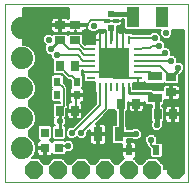
<source format=gtl>
G75*
%MOIN*%
%OFA0B0*%
%FSLAX25Y25*%
%IPPOS*%
%LPD*%
%AMOC8*
5,1,8,0,0,1.08239X$1,22.5*
%
%ADD10C,0.00000*%
%ADD11R,0.03000X0.01000*%
%ADD12R,0.01000X0.03000*%
%ADD13R,0.10400X0.10400*%
%ADD14R,0.02362X0.02953*%
%ADD15R,0.01969X0.01181*%
%ADD16R,0.02165X0.02165*%
%ADD17R,0.03937X0.06693*%
%ADD18R,0.02756X0.03543*%
%ADD19R,0.04724X0.03150*%
%ADD20R,0.03543X0.02756*%
%ADD21R,0.02756X0.03150*%
%ADD22R,0.02480X0.03268*%
%ADD23OC8,0.05906*%
%ADD24C,0.07400*%
%ADD25R,0.03150X0.04724*%
%ADD26C,0.00600*%
%ADD27OC8,0.02205*%
%ADD28C,0.01200*%
%ADD29C,0.01000*%
%ADD30C,0.01600*%
%ADD31C,0.00984*%
D10*
X0034486Y0027830D02*
X0034486Y0086885D01*
X0095509Y0086885D01*
X0095509Y0027830D01*
X0034486Y0027830D01*
D11*
X0063350Y0062279D03*
X0063350Y0064247D03*
X0063350Y0066216D03*
X0063350Y0068184D03*
X0063350Y0070153D03*
X0063350Y0072121D03*
X0078850Y0072121D03*
X0078850Y0070153D03*
X0078850Y0068184D03*
X0078850Y0066216D03*
X0078850Y0064247D03*
X0078850Y0062279D03*
D12*
X0076021Y0059450D03*
X0074053Y0059450D03*
X0072084Y0059450D03*
X0070116Y0059450D03*
X0068147Y0059450D03*
X0066179Y0059450D03*
X0066179Y0074950D03*
X0068147Y0074950D03*
X0070116Y0074950D03*
X0072084Y0074950D03*
X0074053Y0074950D03*
X0076021Y0074950D03*
D13*
X0071100Y0067200D03*
D14*
X0058600Y0061157D03*
X0058600Y0056708D03*
X0052104Y0056708D03*
X0052104Y0061157D03*
D15*
X0068738Y0081373D03*
X0071494Y0081373D03*
D16*
X0070116Y0079011D03*
X0070116Y0083735D03*
D17*
X0077202Y0082751D03*
X0087045Y0082751D03*
D18*
X0057911Y0066216D03*
X0052793Y0066216D03*
X0052793Y0051452D03*
X0057911Y0051452D03*
X0073265Y0053814D03*
X0078383Y0053814D03*
X0085470Y0050271D03*
X0090588Y0050271D03*
D19*
X0084486Y0055783D03*
X0084486Y0062869D03*
D20*
X0089998Y0062672D03*
X0089998Y0057554D03*
X0058108Y0074877D03*
X0052990Y0074877D03*
X0052990Y0079995D03*
X0058108Y0079995D03*
D21*
X0052596Y0044169D03*
X0047872Y0044169D03*
X0047872Y0039050D03*
X0052596Y0039050D03*
D22*
X0076021Y0038263D03*
X0085076Y0038263D03*
D23*
X0083698Y0031767D03*
X0091572Y0031767D03*
X0075824Y0031767D03*
X0067950Y0031767D03*
X0060076Y0031767D03*
X0052202Y0031767D03*
X0044328Y0031767D03*
D24*
X0040391Y0038854D03*
X0040391Y0048854D03*
X0040391Y0058854D03*
X0040391Y0068854D03*
X0040391Y0078854D03*
D25*
X0065588Y0043578D03*
X0072675Y0043578D03*
D26*
X0070200Y0043737D02*
X0065888Y0043737D01*
X0065888Y0043878D02*
X0068263Y0043878D01*
X0068263Y0046085D01*
X0068188Y0046365D01*
X0068043Y0046616D01*
X0067838Y0046820D01*
X0067588Y0046965D01*
X0067308Y0047040D01*
X0065888Y0047040D01*
X0065888Y0043878D01*
X0065288Y0043878D01*
X0065288Y0043278D01*
X0062913Y0043278D01*
X0062913Y0041071D01*
X0062988Y0040791D01*
X0063133Y0040540D01*
X0063338Y0040336D01*
X0063589Y0040191D01*
X0063869Y0040116D01*
X0065288Y0040116D01*
X0065288Y0043278D01*
X0065888Y0043278D01*
X0065888Y0040116D01*
X0067308Y0040116D01*
X0067588Y0040191D01*
X0067838Y0040336D01*
X0068043Y0040540D01*
X0068188Y0040791D01*
X0068263Y0041071D01*
X0068263Y0043278D01*
X0065888Y0043278D01*
X0065888Y0043878D01*
X0065888Y0044336D02*
X0065288Y0044336D01*
X0065288Y0043878D02*
X0065288Y0047040D01*
X0064842Y0047040D01*
X0069347Y0051545D01*
X0069347Y0051733D01*
X0070987Y0051733D01*
X0070987Y0051670D01*
X0071515Y0051143D01*
X0071565Y0051143D01*
X0071565Y0046840D01*
X0070727Y0046840D01*
X0070200Y0046313D01*
X0070200Y0040843D01*
X0070727Y0040316D01*
X0073755Y0040316D01*
X0073681Y0040042D01*
X0073681Y0038563D01*
X0075721Y0038563D01*
X0075721Y0037963D01*
X0073681Y0037963D01*
X0073681Y0036484D01*
X0073756Y0036205D01*
X0073901Y0035954D01*
X0074106Y0035749D01*
X0074330Y0035620D01*
X0074229Y0035620D01*
X0072457Y0033848D01*
X0071318Y0033848D01*
X0069546Y0035620D01*
X0066355Y0035620D01*
X0064583Y0033848D01*
X0063444Y0033848D01*
X0061672Y0035620D01*
X0058481Y0035620D01*
X0056709Y0033848D01*
X0055570Y0033848D01*
X0053798Y0035620D01*
X0050606Y0035620D01*
X0048835Y0033848D01*
X0047696Y0033848D01*
X0045924Y0035620D01*
X0043663Y0035620D01*
X0044291Y0036248D01*
X0044991Y0037939D01*
X0044991Y0039769D01*
X0044291Y0041459D01*
X0042997Y0042753D01*
X0042472Y0042971D01*
X0042472Y0044737D01*
X0042997Y0044954D01*
X0044291Y0046248D01*
X0044991Y0047939D01*
X0044991Y0049769D01*
X0044291Y0051459D01*
X0042997Y0052753D01*
X0042472Y0052971D01*
X0042472Y0054737D01*
X0042997Y0054954D01*
X0044291Y0056248D01*
X0044991Y0057939D01*
X0044991Y0059769D01*
X0044291Y0061459D01*
X0042997Y0062753D01*
X0042472Y0062971D01*
X0042472Y0064737D01*
X0042997Y0064954D01*
X0044291Y0066248D01*
X0044991Y0067939D01*
X0044991Y0069769D01*
X0044291Y0071459D01*
X0042997Y0072753D01*
X0041306Y0073454D01*
X0040504Y0073454D01*
X0040504Y0085798D01*
X0045509Y0085798D01*
X0045509Y0069169D01*
X0044991Y0069169D01*
X0044991Y0069769D01*
X0044291Y0071459D01*
X0042997Y0072753D01*
X0041306Y0073454D01*
X0040504Y0073454D01*
X0040504Y0078553D01*
X0040691Y0078553D01*
X0040691Y0074054D01*
X0040769Y0074054D01*
X0041515Y0074172D01*
X0042234Y0074405D01*
X0042907Y0074748D01*
X0043518Y0075192D01*
X0044053Y0075727D01*
X0044497Y0076338D01*
X0044840Y0077011D01*
X0045073Y0077730D01*
X0045191Y0078476D01*
X0045191Y0078554D01*
X0040691Y0078554D01*
X0040691Y0079154D01*
X0040504Y0079154D01*
X0040504Y0085798D01*
X0056027Y0085798D01*
X0056027Y0082429D01*
X0055912Y0082398D01*
X0055661Y0082253D01*
X0055549Y0082141D01*
X0055437Y0082253D01*
X0055186Y0082398D01*
X0054906Y0082473D01*
X0053290Y0082473D01*
X0053290Y0080295D01*
X0055236Y0080295D01*
X0056027Y0080295D01*
X0056027Y0079695D01*
X0053290Y0079695D01*
X0053290Y0080295D01*
X0052690Y0080295D01*
X0052690Y0079695D01*
X0053290Y0079695D01*
X0053290Y0077517D01*
X0054906Y0077517D01*
X0055186Y0077592D01*
X0055437Y0077737D01*
X0055549Y0077849D01*
X0055661Y0077737D01*
X0055912Y0077592D01*
X0056191Y0077517D01*
X0057808Y0077517D01*
X0057808Y0078505D01*
X0058408Y0078505D01*
X0058408Y0077517D01*
X0060024Y0077517D01*
X0060304Y0077592D01*
X0060555Y0077737D01*
X0060760Y0077942D01*
X0060905Y0078193D01*
X0060980Y0078472D01*
X0060980Y0078505D01*
X0062436Y0078505D01*
X0063381Y0077560D01*
X0065040Y0077560D01*
X0065984Y0078505D01*
X0068133Y0078505D01*
X0068133Y0077556D01*
X0068139Y0077550D01*
X0067502Y0077550D01*
X0067223Y0077475D01*
X0067163Y0077441D01*
X0067103Y0077475D01*
X0066824Y0077550D01*
X0066179Y0077550D01*
X0066179Y0074950D01*
X0066179Y0074950D01*
X0066179Y0077550D01*
X0065534Y0077550D01*
X0065254Y0077475D01*
X0065003Y0077330D01*
X0064799Y0077125D01*
X0064654Y0076875D01*
X0064579Y0076595D01*
X0064579Y0074950D01*
X0064579Y0073521D01*
X0061477Y0073521D01*
X0061417Y0073461D01*
X0060780Y0074099D01*
X0060780Y0076628D01*
X0060252Y0077155D01*
X0055963Y0077155D01*
X0055549Y0076740D01*
X0055134Y0077155D01*
X0050845Y0077155D01*
X0050423Y0076733D01*
X0050079Y0077076D01*
X0048420Y0077076D01*
X0047247Y0075903D01*
X0047247Y0074245D01*
X0048229Y0073263D01*
X0047917Y0072951D01*
X0047917Y0071292D01*
X0049089Y0070119D01*
X0050003Y0070119D01*
X0050003Y0069127D01*
X0050642Y0068487D01*
X0050515Y0068360D01*
X0050515Y0064071D01*
X0051042Y0063544D01*
X0053768Y0063544D01*
X0055564Y0061748D01*
X0056312Y0061748D01*
X0056519Y0061541D01*
X0056519Y0059308D01*
X0056755Y0059071D01*
X0056743Y0059064D01*
X0056539Y0058860D01*
X0056394Y0058609D01*
X0056319Y0058329D01*
X0056319Y0056998D01*
X0058309Y0056998D01*
X0058309Y0056417D01*
X0056319Y0056417D01*
X0056319Y0055087D01*
X0056394Y0054807D01*
X0056539Y0054556D01*
X0056743Y0054351D01*
X0056791Y0054324D01*
X0056388Y0054324D01*
X0056108Y0054249D01*
X0055858Y0054104D01*
X0055653Y0053899D01*
X0055508Y0053648D01*
X0055450Y0053430D01*
X0055450Y0059508D01*
X0054185Y0060773D01*
X0054185Y0063006D01*
X0053658Y0063533D01*
X0050550Y0063533D01*
X0050023Y0063006D01*
X0050023Y0059308D01*
X0050398Y0058932D01*
X0050023Y0058557D01*
X0050023Y0054859D01*
X0050550Y0054331D01*
X0053050Y0054331D01*
X0053050Y0054124D01*
X0051042Y0054124D01*
X0050515Y0053596D01*
X0050515Y0049308D01*
X0050937Y0048885D01*
X0050791Y0048738D01*
X0050791Y0047079D01*
X0051227Y0046643D01*
X0050845Y0046643D01*
X0050318Y0046116D01*
X0050318Y0042221D01*
X0050845Y0041694D01*
X0054347Y0041694D01*
X0054874Y0042221D01*
X0054874Y0046116D01*
X0054353Y0046637D01*
X0054795Y0047079D01*
X0054795Y0048738D01*
X0054648Y0048885D01*
X0055071Y0049308D01*
X0055071Y0052033D01*
X0055433Y0052395D01*
X0055433Y0051752D01*
X0057611Y0051752D01*
X0057611Y0051152D01*
X0055433Y0051152D01*
X0055433Y0049535D01*
X0055508Y0049256D01*
X0055653Y0049005D01*
X0055858Y0048800D01*
X0056108Y0048655D01*
X0056388Y0048580D01*
X0057611Y0048580D01*
X0057611Y0051152D01*
X0058211Y0051152D01*
X0058211Y0051752D01*
X0060389Y0051752D01*
X0060389Y0053368D01*
X0060314Y0053648D01*
X0060169Y0053899D01*
X0059964Y0054104D01*
X0059916Y0054131D01*
X0059926Y0054131D01*
X0060206Y0054206D01*
X0060457Y0054351D01*
X0060661Y0054556D01*
X0060806Y0054807D01*
X0060881Y0055087D01*
X0060881Y0056417D01*
X0058891Y0056417D01*
X0058891Y0056998D01*
X0060881Y0056998D01*
X0060881Y0058329D01*
X0060806Y0058609D01*
X0060661Y0058860D01*
X0060457Y0059064D01*
X0060445Y0059071D01*
X0060681Y0059308D01*
X0060681Y0063006D01*
X0060189Y0063498D01*
X0060189Y0064029D01*
X0060168Y0064050D01*
X0060189Y0064071D01*
X0060189Y0065016D01*
X0060783Y0065016D01*
X0060750Y0064892D01*
X0060750Y0064247D01*
X0060750Y0063602D01*
X0060825Y0063323D01*
X0060950Y0063106D01*
X0060950Y0061406D01*
X0061477Y0060879D01*
X0064779Y0060879D01*
X0064779Y0057577D01*
X0064979Y0057377D01*
X0064979Y0053721D01*
X0057232Y0045974D01*
X0056097Y0045974D01*
X0054924Y0044801D01*
X0054924Y0043142D01*
X0056097Y0041969D01*
X0057756Y0041969D01*
X0058502Y0042715D01*
X0059247Y0041969D01*
X0060906Y0041969D01*
X0062079Y0043142D01*
X0062079Y0044277D01*
X0062913Y0045112D01*
X0062913Y0043878D01*
X0065288Y0043878D01*
X0065288Y0043737D02*
X0062079Y0043737D01*
X0062075Y0043139D02*
X0062913Y0043139D01*
X0062913Y0042540D02*
X0061477Y0042540D01*
X0062913Y0041942D02*
X0054595Y0041942D01*
X0054916Y0041643D02*
X0054572Y0041299D01*
X0054347Y0041525D01*
X0050845Y0041525D01*
X0050318Y0040998D01*
X0050318Y0040888D01*
X0050275Y0041050D01*
X0050130Y0041301D01*
X0049925Y0041505D01*
X0049674Y0041650D01*
X0049512Y0041694D01*
X0049622Y0041694D01*
X0050150Y0042221D01*
X0050150Y0046116D01*
X0049622Y0046643D01*
X0046121Y0046643D01*
X0045594Y0046116D01*
X0045594Y0042221D01*
X0046121Y0041694D01*
X0046231Y0041694D01*
X0046069Y0041650D01*
X0045818Y0041505D01*
X0045613Y0041301D01*
X0045469Y0041050D01*
X0045394Y0040770D01*
X0045394Y0039350D01*
X0047572Y0039350D01*
X0047572Y0038750D01*
X0048172Y0038750D01*
X0048172Y0036376D01*
X0049394Y0036376D01*
X0049674Y0036451D01*
X0049925Y0036595D01*
X0050130Y0036800D01*
X0050275Y0037051D01*
X0050318Y0037213D01*
X0050318Y0037103D01*
X0050845Y0036576D01*
X0054347Y0036576D01*
X0054874Y0037103D01*
X0054874Y0037681D01*
X0054916Y0037639D01*
X0056575Y0037639D01*
X0057748Y0038812D01*
X0057748Y0040470D01*
X0056575Y0041643D01*
X0054916Y0041643D01*
X0054616Y0041343D02*
X0054529Y0041343D01*
X0054874Y0042540D02*
X0055527Y0042540D01*
X0054928Y0043139D02*
X0054874Y0043139D01*
X0054874Y0043737D02*
X0054924Y0043737D01*
X0054924Y0044336D02*
X0054874Y0044336D01*
X0054874Y0044934D02*
X0055058Y0044934D01*
X0054874Y0045533D02*
X0055656Y0045533D01*
X0054859Y0046131D02*
X0057389Y0046131D01*
X0057988Y0046730D02*
X0054446Y0046730D01*
X0054795Y0047328D02*
X0058586Y0047328D01*
X0059185Y0047927D02*
X0054795Y0047927D01*
X0054795Y0048525D02*
X0059783Y0048525D01*
X0059714Y0048655D02*
X0059964Y0048800D01*
X0060169Y0049005D01*
X0060314Y0049256D01*
X0060389Y0049535D01*
X0060389Y0051152D01*
X0058211Y0051152D01*
X0058211Y0048580D01*
X0059434Y0048580D01*
X0059714Y0048655D01*
X0060238Y0049124D02*
X0060382Y0049124D01*
X0060389Y0049722D02*
X0060980Y0049722D01*
X0060389Y0050321D02*
X0061579Y0050321D01*
X0062177Y0050919D02*
X0060389Y0050919D01*
X0060389Y0052116D02*
X0063374Y0052116D01*
X0062776Y0051518D02*
X0058211Y0051518D01*
X0058226Y0051649D02*
X0058226Y0056491D01*
X0058309Y0056904D02*
X0055450Y0056904D01*
X0055450Y0056306D02*
X0056319Y0056306D01*
X0056319Y0055707D02*
X0055450Y0055707D01*
X0055470Y0055113D02*
X0055470Y0051452D01*
X0056887Y0051452D01*
X0057611Y0051518D02*
X0055071Y0051518D01*
X0055071Y0050919D02*
X0055433Y0050919D01*
X0055433Y0050321D02*
X0055071Y0050321D01*
X0055071Y0049722D02*
X0055433Y0049722D01*
X0055584Y0049124D02*
X0054887Y0049124D01*
X0057611Y0049124D02*
X0058211Y0049124D01*
X0058211Y0049722D02*
X0057611Y0049722D01*
X0057611Y0050321D02*
X0058211Y0050321D01*
X0058211Y0050919D02*
X0057611Y0050919D01*
X0055433Y0052116D02*
X0055154Y0052116D01*
X0054250Y0052909D02*
X0054250Y0059011D01*
X0052104Y0061157D01*
X0050023Y0061094D02*
X0044442Y0061094D01*
X0044690Y0060495D02*
X0050023Y0060495D01*
X0050023Y0059897D02*
X0044938Y0059897D01*
X0044991Y0059298D02*
X0050032Y0059298D01*
X0050166Y0058700D02*
X0044991Y0058700D01*
X0044991Y0058101D02*
X0050023Y0058101D01*
X0050023Y0057503D02*
X0044811Y0057503D01*
X0044563Y0056904D02*
X0050023Y0056904D01*
X0050023Y0056306D02*
X0044315Y0056306D01*
X0043751Y0055707D02*
X0050023Y0055707D01*
X0050023Y0055109D02*
X0043152Y0055109D01*
X0042472Y0054510D02*
X0050371Y0054510D01*
X0050830Y0053912D02*
X0042472Y0053912D01*
X0042472Y0053313D02*
X0050515Y0053313D01*
X0050515Y0052715D02*
X0043035Y0052715D01*
X0043634Y0052116D02*
X0050515Y0052116D01*
X0050515Y0051518D02*
X0044232Y0051518D01*
X0044515Y0050919D02*
X0050515Y0050919D01*
X0050515Y0050321D02*
X0044763Y0050321D01*
X0044991Y0049722D02*
X0050515Y0049722D01*
X0050699Y0049124D02*
X0044991Y0049124D01*
X0044991Y0048525D02*
X0050791Y0048525D01*
X0050791Y0047927D02*
X0044986Y0047927D01*
X0044739Y0047328D02*
X0050791Y0047328D01*
X0051140Y0046730D02*
X0044491Y0046730D01*
X0044174Y0046131D02*
X0045609Y0046131D01*
X0045594Y0045533D02*
X0043576Y0045533D01*
X0042950Y0044934D02*
X0045594Y0044934D01*
X0045594Y0044336D02*
X0042472Y0044336D01*
X0042472Y0043737D02*
X0045594Y0043737D01*
X0045594Y0043139D02*
X0042472Y0043139D01*
X0043210Y0042540D02*
X0045594Y0042540D01*
X0045873Y0041942D02*
X0043809Y0041942D01*
X0044339Y0041343D02*
X0045656Y0041343D01*
X0045394Y0040745D02*
X0044587Y0040745D01*
X0044835Y0040146D02*
X0045394Y0040146D01*
X0045394Y0039548D02*
X0044991Y0039548D01*
X0044991Y0038949D02*
X0047572Y0038949D01*
X0047572Y0038750D02*
X0045394Y0038750D01*
X0045394Y0037331D01*
X0045469Y0037051D01*
X0045613Y0036800D01*
X0045818Y0036595D01*
X0046069Y0036451D01*
X0046349Y0036376D01*
X0047572Y0036376D01*
X0047572Y0038750D01*
X0047572Y0038351D02*
X0048172Y0038351D01*
X0048172Y0037752D02*
X0047572Y0037752D01*
X0047572Y0037154D02*
X0048172Y0037154D01*
X0048172Y0036555D02*
X0047572Y0036555D01*
X0045888Y0036555D02*
X0044418Y0036555D01*
X0044666Y0037154D02*
X0045441Y0037154D01*
X0045394Y0037752D02*
X0044914Y0037752D01*
X0044991Y0038351D02*
X0045394Y0038351D01*
X0044000Y0035957D02*
X0073899Y0035957D01*
X0073967Y0035358D02*
X0069808Y0035358D01*
X0070406Y0034759D02*
X0073368Y0034759D01*
X0072770Y0034161D02*
X0071005Y0034161D01*
X0073681Y0036555D02*
X0049855Y0036555D01*
X0050302Y0037154D02*
X0050318Y0037154D01*
X0050345Y0035358D02*
X0046186Y0035358D01*
X0046784Y0034759D02*
X0049746Y0034759D01*
X0049148Y0034161D02*
X0047383Y0034161D01*
X0052596Y0039050D02*
X0053187Y0039641D01*
X0055746Y0039641D01*
X0057748Y0039548D02*
X0073681Y0039548D01*
X0073709Y0040146D02*
X0067421Y0040146D01*
X0068161Y0040745D02*
X0070298Y0040745D01*
X0070200Y0041343D02*
X0068263Y0041343D01*
X0068263Y0041942D02*
X0070200Y0041942D01*
X0070200Y0042540D02*
X0068263Y0042540D01*
X0068263Y0043139D02*
X0070200Y0043139D01*
X0070200Y0044336D02*
X0068263Y0044336D01*
X0068263Y0044934D02*
X0070200Y0044934D01*
X0070200Y0045533D02*
X0068263Y0045533D01*
X0068251Y0046131D02*
X0070200Y0046131D01*
X0070617Y0046730D02*
X0067929Y0046730D01*
X0065888Y0046730D02*
X0065288Y0046730D01*
X0065288Y0046131D02*
X0065888Y0046131D01*
X0065888Y0045533D02*
X0065288Y0045533D01*
X0065288Y0044934D02*
X0065888Y0044934D01*
X0065888Y0043139D02*
X0065288Y0043139D01*
X0065288Y0042540D02*
X0065888Y0042540D01*
X0065888Y0041942D02*
X0065288Y0041942D01*
X0065288Y0041343D02*
X0065888Y0041343D01*
X0065888Y0040745D02*
X0065288Y0040745D01*
X0065288Y0040146D02*
X0065888Y0040146D01*
X0063755Y0040146D02*
X0057748Y0040146D01*
X0057474Y0040745D02*
X0063015Y0040745D01*
X0062913Y0041343D02*
X0056875Y0041343D01*
X0058327Y0042540D02*
X0058676Y0042540D01*
X0060076Y0043972D02*
X0068147Y0052043D01*
X0068147Y0059450D01*
X0066179Y0059450D02*
X0066179Y0053224D01*
X0056927Y0043972D01*
X0062137Y0044336D02*
X0062913Y0044336D01*
X0062913Y0044934D02*
X0062736Y0044934D01*
X0065130Y0047328D02*
X0071565Y0047328D01*
X0071565Y0047927D02*
X0065728Y0047927D01*
X0066327Y0048525D02*
X0071565Y0048525D01*
X0071565Y0049124D02*
X0066926Y0049124D01*
X0067524Y0049722D02*
X0071565Y0049722D01*
X0071565Y0050321D02*
X0068123Y0050321D01*
X0068721Y0050919D02*
X0071565Y0050919D01*
X0071139Y0051518D02*
X0069320Y0051518D01*
X0064979Y0053912D02*
X0060156Y0053912D01*
X0060389Y0053313D02*
X0064571Y0053313D01*
X0063973Y0052715D02*
X0060389Y0052715D01*
X0060616Y0054510D02*
X0064979Y0054510D01*
X0064979Y0055109D02*
X0060881Y0055109D01*
X0060881Y0055707D02*
X0064979Y0055707D01*
X0064979Y0056306D02*
X0060881Y0056306D01*
X0060881Y0057503D02*
X0064853Y0057503D01*
X0064779Y0058101D02*
X0060881Y0058101D01*
X0060754Y0058700D02*
X0064779Y0058700D01*
X0064779Y0059298D02*
X0060672Y0059298D01*
X0060681Y0059897D02*
X0064779Y0059897D01*
X0064779Y0060495D02*
X0060681Y0060495D01*
X0060681Y0061094D02*
X0061262Y0061094D01*
X0060950Y0061692D02*
X0060681Y0061692D01*
X0060681Y0062291D02*
X0060950Y0062291D01*
X0060950Y0062890D02*
X0060681Y0062890D01*
X0060781Y0063488D02*
X0060199Y0063488D01*
X0060189Y0064087D02*
X0060750Y0064087D01*
X0060750Y0064247D02*
X0063350Y0064247D01*
X0063350Y0064247D01*
X0071100Y0064247D01*
X0071100Y0067200D01*
X0066179Y0067200D01*
X0066179Y0076846D01*
X0066179Y0076655D02*
X0066179Y0076655D01*
X0066179Y0076057D02*
X0066179Y0076057D01*
X0066179Y0075458D02*
X0066179Y0075458D01*
X0066179Y0074950D02*
X0066179Y0074950D01*
X0064579Y0074950D01*
X0066179Y0074950D01*
X0064579Y0074860D02*
X0060780Y0074860D01*
X0060780Y0075458D02*
X0064579Y0075458D01*
X0064579Y0076057D02*
X0060780Y0076057D01*
X0060752Y0076655D02*
X0064595Y0076655D01*
X0064927Y0077254D02*
X0044919Y0077254D01*
X0045509Y0077254D02*
X0040504Y0077254D01*
X0040691Y0077254D01*
X0040691Y0077852D02*
X0040504Y0077852D01*
X0045509Y0077852D01*
X0045093Y0077852D02*
X0050427Y0077852D01*
X0050338Y0077942D02*
X0050543Y0077737D01*
X0050794Y0077592D01*
X0051073Y0077517D01*
X0052690Y0077517D01*
X0052690Y0079695D01*
X0050118Y0079695D01*
X0050118Y0078472D01*
X0050193Y0078193D01*
X0050338Y0077942D01*
X0050124Y0078451D02*
X0045187Y0078451D01*
X0045509Y0078451D02*
X0040504Y0078451D01*
X0040691Y0078451D01*
X0040691Y0079049D02*
X0050118Y0079049D01*
X0050118Y0079648D02*
X0045125Y0079648D01*
X0045073Y0079978D02*
X0045191Y0079231D01*
X0045191Y0079154D01*
X0040691Y0079154D01*
X0040691Y0083654D01*
X0040769Y0083654D01*
X0041515Y0083535D01*
X0042234Y0083302D01*
X0042907Y0082959D01*
X0043518Y0082515D01*
X0044053Y0081981D01*
X0044497Y0081369D01*
X0044840Y0080696D01*
X0045073Y0079978D01*
X0044986Y0080246D02*
X0052690Y0080246D01*
X0052690Y0080295D02*
X0050118Y0080295D01*
X0050118Y0081518D01*
X0050193Y0081798D01*
X0050338Y0082049D01*
X0050543Y0082253D01*
X0050794Y0082398D01*
X0051073Y0082473D01*
X0052690Y0082473D01*
X0052690Y0080295D01*
X0052990Y0079995D02*
X0058108Y0079995D01*
X0057808Y0078451D02*
X0058408Y0078451D01*
X0058408Y0077852D02*
X0057808Y0077852D01*
X0060670Y0077852D02*
X0063088Y0077852D01*
X0062490Y0078451D02*
X0060974Y0078451D01*
X0061848Y0078224D02*
X0061848Y0080074D01*
X0063383Y0081609D01*
X0068895Y0081609D01*
X0069244Y0081373D02*
X0070822Y0081373D01*
X0071494Y0081373D01*
X0071494Y0081373D01*
X0073578Y0081373D01*
X0073578Y0080638D01*
X0073503Y0080358D01*
X0073358Y0080107D01*
X0073153Y0079902D01*
X0072903Y0079758D01*
X0072623Y0079683D01*
X0072098Y0079683D01*
X0072098Y0077556D01*
X0072093Y0077550D01*
X0072729Y0077550D01*
X0073009Y0077475D01*
X0073069Y0077441D01*
X0073128Y0077475D01*
X0073408Y0077550D01*
X0074053Y0077550D01*
X0074053Y0074950D01*
X0074053Y0074950D01*
X0074053Y0073500D01*
X0074053Y0073500D01*
X0074053Y0074950D01*
X0074053Y0074950D01*
X0074053Y0077550D01*
X0074698Y0077550D01*
X0074977Y0077475D01*
X0075194Y0077350D01*
X0076894Y0077350D01*
X0077379Y0076865D01*
X0082854Y0076865D01*
X0083656Y0077667D01*
X0085315Y0077667D01*
X0086488Y0076494D01*
X0086488Y0075147D01*
X0086890Y0075147D01*
X0088063Y0073974D01*
X0088063Y0072588D01*
X0088859Y0072588D01*
X0090031Y0071415D01*
X0090031Y0070068D01*
X0090827Y0070068D01*
X0092000Y0068896D01*
X0092000Y0067746D01*
X0093189Y0067746D01*
X0094362Y0066573D01*
X0094362Y0064914D01*
X0093189Y0063741D01*
X0093046Y0063741D01*
X0092940Y0063635D01*
X0092669Y0063364D01*
X0092669Y0060922D01*
X0092142Y0060394D01*
X0087853Y0060394D01*
X0087537Y0060711D01*
X0087221Y0060394D01*
X0081751Y0060394D01*
X0081224Y0060922D01*
X0081224Y0061097D01*
X0081025Y0060899D01*
X0080775Y0060754D01*
X0080495Y0060679D01*
X0078850Y0060679D01*
X0078850Y0062279D01*
X0078850Y0062279D01*
X0078850Y0060679D01*
X0077421Y0060679D01*
X0077421Y0058757D01*
X0083491Y0058757D01*
X0083991Y0058257D01*
X0087126Y0058257D01*
X0087126Y0059077D01*
X0087201Y0059357D01*
X0087346Y0059608D01*
X0087551Y0059812D01*
X0087801Y0059957D01*
X0088081Y0060032D01*
X0089698Y0060032D01*
X0089698Y0057854D01*
X0090298Y0057854D01*
X0092869Y0057854D01*
X0092869Y0059077D01*
X0092794Y0059357D01*
X0092649Y0059608D01*
X0092445Y0059812D01*
X0092194Y0059957D01*
X0091914Y0060032D01*
X0090298Y0060032D01*
X0090298Y0057854D01*
X0090298Y0057254D01*
X0092869Y0057254D01*
X0092869Y0056032D01*
X0092794Y0055752D01*
X0092649Y0055501D01*
X0092445Y0055296D01*
X0092194Y0055151D01*
X0091914Y0055076D01*
X0090298Y0055076D01*
X0090298Y0057254D01*
X0089698Y0057254D01*
X0089698Y0055076D01*
X0088081Y0055076D01*
X0087801Y0055151D01*
X0087748Y0055182D01*
X0087748Y0053835D01*
X0087221Y0053308D01*
X0086973Y0053308D01*
X0086973Y0052943D01*
X0087221Y0052943D01*
X0087748Y0052415D01*
X0087748Y0048126D01*
X0087227Y0047605D01*
X0087276Y0047557D01*
X0087276Y0045898D01*
X0086103Y0044725D01*
X0084444Y0044725D01*
X0083271Y0045898D01*
X0083271Y0047557D01*
X0083516Y0047802D01*
X0083192Y0048126D01*
X0083192Y0052415D01*
X0083573Y0052796D01*
X0083573Y0053308D01*
X0081751Y0053308D01*
X0081224Y0053835D01*
X0081224Y0054489D01*
X0080861Y0054489D01*
X0080861Y0054114D01*
X0078684Y0054114D01*
X0078684Y0053514D01*
X0080861Y0053514D01*
X0080861Y0051898D01*
X0080786Y0051618D01*
X0080642Y0051367D01*
X0080437Y0051162D01*
X0080186Y0051017D01*
X0079906Y0050943D01*
X0078683Y0050943D01*
X0078683Y0053514D01*
X0078083Y0053514D01*
X0075905Y0053514D01*
X0075906Y0051898D01*
X0075980Y0051618D01*
X0076125Y0051367D01*
X0076330Y0051162D01*
X0076581Y0051017D01*
X0076861Y0050943D01*
X0078083Y0050943D01*
X0078083Y0053514D01*
X0078083Y0054114D01*
X0075906Y0054114D01*
X0075906Y0054489D01*
X0075543Y0054489D01*
X0075543Y0051670D01*
X0075016Y0051143D01*
X0074965Y0051143D01*
X0074965Y0046497D01*
X0075150Y0046313D01*
X0075150Y0045278D01*
X0077055Y0045278D01*
X0077357Y0045580D01*
X0079016Y0045580D01*
X0080189Y0044407D01*
X0080189Y0042749D01*
X0079016Y0041576D01*
X0077357Y0041576D01*
X0077055Y0041878D01*
X0075150Y0041878D01*
X0075150Y0040997D01*
X0075721Y0040997D01*
X0075721Y0038563D01*
X0076321Y0038563D01*
X0076321Y0040997D01*
X0077406Y0040997D01*
X0077686Y0040922D01*
X0077937Y0040777D01*
X0078142Y0040572D01*
X0078286Y0040321D01*
X0078361Y0040042D01*
X0078361Y0038563D01*
X0076321Y0038563D01*
X0076321Y0037963D01*
X0078361Y0037963D01*
X0078361Y0036484D01*
X0078286Y0036205D01*
X0078142Y0035954D01*
X0077937Y0035749D01*
X0077686Y0035604D01*
X0077489Y0035551D01*
X0079192Y0033848D01*
X0080331Y0033848D01*
X0082103Y0035620D01*
X0085294Y0035620D01*
X0087520Y0033394D01*
X0087520Y0033446D01*
X0089894Y0035820D01*
X0091272Y0035820D01*
X0091272Y0032067D01*
X0091872Y0032067D01*
X0091872Y0035820D01*
X0093251Y0035820D01*
X0094422Y0034649D01*
X0094422Y0078505D01*
X0090225Y0078505D01*
X0090425Y0078305D01*
X0090425Y0076646D01*
X0089252Y0075473D01*
X0087593Y0075473D01*
X0086420Y0076646D01*
X0086420Y0078305D01*
X0086620Y0078505D01*
X0074861Y0078505D01*
X0074334Y0079032D01*
X0074334Y0082035D01*
X0073578Y0082035D01*
X0073578Y0081373D01*
X0071494Y0081373D01*
X0069244Y0081373D01*
X0069244Y0081373D01*
X0071494Y0081373D02*
X0071494Y0081373D01*
X0073438Y0080246D02*
X0074334Y0080246D01*
X0074334Y0079648D02*
X0072098Y0079648D01*
X0072098Y0079049D02*
X0074334Y0079049D01*
X0073462Y0079011D02*
X0072084Y0079011D01*
X0072084Y0074950D01*
X0072084Y0068775D01*
X0075037Y0068775D01*
X0075712Y0067500D02*
X0075712Y0066900D01*
X0071400Y0066900D01*
X0071400Y0067500D01*
X0075712Y0067500D01*
X0075712Y0067079D02*
X0071400Y0067079D01*
X0071400Y0066900D02*
X0071400Y0062588D01*
X0070800Y0062588D01*
X0070800Y0066900D01*
X0066488Y0066900D01*
X0066488Y0067500D01*
X0070800Y0067500D01*
X0070800Y0071812D01*
X0071400Y0071812D01*
X0071400Y0067500D01*
X0070800Y0067500D01*
X0070800Y0066900D01*
X0071400Y0066900D01*
X0071400Y0066481D02*
X0070800Y0066481D01*
X0070800Y0067079D02*
X0066488Y0067079D01*
X0068147Y0067200D02*
X0071100Y0067200D01*
X0072084Y0067200D01*
X0072084Y0074950D01*
X0074053Y0074860D02*
X0074053Y0074860D01*
X0074053Y0075458D02*
X0074053Y0075458D01*
X0074053Y0076057D02*
X0074053Y0076057D01*
X0074053Y0076655D02*
X0074053Y0076655D01*
X0074053Y0077254D02*
X0074053Y0077254D01*
X0076021Y0075665D02*
X0076021Y0074950D01*
X0076021Y0075665D02*
X0084486Y0075665D01*
X0085728Y0077254D02*
X0086420Y0077254D01*
X0086420Y0077852D02*
X0072098Y0077852D01*
X0072098Y0078451D02*
X0086566Y0078451D01*
X0086420Y0076655D02*
X0086327Y0076655D01*
X0086488Y0076057D02*
X0087010Y0076057D01*
X0086488Y0075458D02*
X0094422Y0075458D01*
X0094422Y0074860D02*
X0087178Y0074860D01*
X0087776Y0074261D02*
X0094422Y0074261D01*
X0094422Y0073663D02*
X0088063Y0073663D01*
X0088063Y0073064D02*
X0094422Y0073064D01*
X0094422Y0072466D02*
X0088981Y0072466D01*
X0089580Y0071867D02*
X0094422Y0071867D01*
X0094422Y0071269D02*
X0090031Y0071269D01*
X0090031Y0070670D02*
X0094422Y0070670D01*
X0094422Y0070072D02*
X0090031Y0070072D01*
X0091422Y0069473D02*
X0094422Y0069473D01*
X0094422Y0068875D02*
X0092000Y0068875D01*
X0092000Y0068276D02*
X0094422Y0068276D01*
X0094422Y0067678D02*
X0093257Y0067678D01*
X0093856Y0067079D02*
X0094422Y0067079D01*
X0094422Y0066481D02*
X0094362Y0066481D01*
X0094362Y0065882D02*
X0094422Y0065882D01*
X0094422Y0065284D02*
X0094362Y0065284D01*
X0094422Y0064685D02*
X0094133Y0064685D01*
X0094422Y0064087D02*
X0093535Y0064087D01*
X0092793Y0063488D02*
X0094422Y0063488D01*
X0094422Y0062890D02*
X0092669Y0062890D01*
X0092669Y0062291D02*
X0094422Y0062291D01*
X0094422Y0061692D02*
X0092669Y0061692D01*
X0092669Y0061094D02*
X0094422Y0061094D01*
X0094422Y0060495D02*
X0092243Y0060495D01*
X0092298Y0059897D02*
X0094422Y0059897D01*
X0094422Y0059298D02*
X0092810Y0059298D01*
X0092869Y0058700D02*
X0094422Y0058700D01*
X0094422Y0058101D02*
X0092869Y0058101D01*
X0092869Y0056904D02*
X0094422Y0056904D01*
X0094422Y0056306D02*
X0092869Y0056306D01*
X0092769Y0055707D02*
X0094422Y0055707D01*
X0094422Y0055109D02*
X0092035Y0055109D01*
X0092111Y0053143D02*
X0090888Y0053143D01*
X0090888Y0050571D01*
X0090288Y0050571D01*
X0090288Y0049971D01*
X0088110Y0049971D01*
X0088110Y0048354D01*
X0088185Y0048075D01*
X0088330Y0047824D01*
X0088535Y0047619D01*
X0088786Y0047474D01*
X0089065Y0047399D01*
X0090288Y0047399D01*
X0090288Y0049971D01*
X0090888Y0049971D01*
X0090888Y0047399D01*
X0092111Y0047399D01*
X0092391Y0047474D01*
X0092642Y0047619D01*
X0092846Y0047824D01*
X0092991Y0048075D01*
X0093066Y0048354D01*
X0093066Y0049971D01*
X0090888Y0049971D01*
X0090888Y0050571D01*
X0093066Y0050571D01*
X0093066Y0052187D01*
X0092991Y0052467D01*
X0092846Y0052718D01*
X0092642Y0052923D01*
X0092391Y0053068D01*
X0092111Y0053143D01*
X0092848Y0052715D02*
X0094422Y0052715D01*
X0094422Y0053313D02*
X0087226Y0053313D01*
X0087448Y0052715D02*
X0088328Y0052715D01*
X0088330Y0052718D02*
X0088185Y0052467D01*
X0088110Y0052187D01*
X0088110Y0050571D01*
X0090288Y0050571D01*
X0090288Y0053143D01*
X0089065Y0053143D01*
X0088786Y0053068D01*
X0088535Y0052923D01*
X0088330Y0052718D01*
X0088110Y0052116D02*
X0087748Y0052116D01*
X0087748Y0051518D02*
X0088110Y0051518D01*
X0088110Y0050919D02*
X0087748Y0050919D01*
X0087748Y0050321D02*
X0090288Y0050321D01*
X0090288Y0050919D02*
X0090888Y0050919D01*
X0090888Y0050321D02*
X0094422Y0050321D01*
X0094422Y0050919D02*
X0093066Y0050919D01*
X0093066Y0051518D02*
X0094422Y0051518D01*
X0094422Y0052116D02*
X0093066Y0052116D01*
X0090888Y0052116D02*
X0090288Y0052116D01*
X0090288Y0051518D02*
X0090888Y0051518D01*
X0090888Y0052715D02*
X0090288Y0052715D01*
X0087748Y0053912D02*
X0094422Y0053912D01*
X0094422Y0054510D02*
X0087748Y0054510D01*
X0087748Y0055109D02*
X0087960Y0055109D01*
X0089698Y0055109D02*
X0090298Y0055109D01*
X0090298Y0055707D02*
X0089698Y0055707D01*
X0089698Y0056306D02*
X0090298Y0056306D01*
X0090298Y0056904D02*
X0089698Y0056904D01*
X0090298Y0057503D02*
X0094422Y0057503D01*
X0090298Y0058101D02*
X0089698Y0058101D01*
X0089698Y0058700D02*
X0090298Y0058700D01*
X0090298Y0059298D02*
X0089698Y0059298D01*
X0089698Y0059897D02*
X0090298Y0059897D01*
X0087752Y0060495D02*
X0087322Y0060495D01*
X0087697Y0059897D02*
X0077421Y0059897D01*
X0077421Y0060495D02*
X0081650Y0060495D01*
X0081224Y0061094D02*
X0081221Y0061094D01*
X0078850Y0061094D02*
X0078850Y0061094D01*
X0078850Y0061692D02*
X0078850Y0061692D01*
X0078344Y0062397D02*
X0071100Y0062397D01*
X0071100Y0067200D01*
X0074053Y0067200D01*
X0074053Y0074247D01*
X0074053Y0074261D02*
X0074053Y0074261D01*
X0074053Y0073663D02*
X0074053Y0073663D01*
X0071400Y0071269D02*
X0070800Y0071269D01*
X0070800Y0070670D02*
X0071400Y0070670D01*
X0071400Y0070072D02*
X0070800Y0070072D01*
X0070800Y0069473D02*
X0071400Y0069473D01*
X0071400Y0068875D02*
X0070800Y0068875D01*
X0070800Y0068276D02*
X0071400Y0068276D01*
X0071400Y0067678D02*
X0070800Y0067678D01*
X0070800Y0065882D02*
X0071400Y0065882D01*
X0071400Y0065284D02*
X0070800Y0065284D01*
X0070800Y0064685D02*
X0071400Y0064685D01*
X0071400Y0064087D02*
X0070800Y0064087D01*
X0070800Y0063488D02*
X0071400Y0063488D01*
X0071400Y0062890D02*
X0070800Y0062890D01*
X0068147Y0067200D02*
X0068147Y0074950D01*
X0068147Y0078499D01*
X0066179Y0078499D01*
X0065931Y0078451D02*
X0068133Y0078451D01*
X0068133Y0077852D02*
X0065332Y0077852D01*
X0066179Y0077254D02*
X0066179Y0077254D01*
X0064579Y0074261D02*
X0060780Y0074261D01*
X0061216Y0073663D02*
X0064579Y0073663D01*
X0063350Y0072121D02*
X0061061Y0072121D01*
X0058305Y0074877D01*
X0058108Y0074877D01*
X0059131Y0071924D02*
X0055943Y0071924D01*
X0052990Y0074877D01*
X0052990Y0074956D01*
X0052754Y0074956D01*
X0052690Y0077852D02*
X0053290Y0077852D01*
X0053290Y0078451D02*
X0052690Y0078451D01*
X0052690Y0079049D02*
X0053290Y0079049D01*
X0053290Y0079648D02*
X0052690Y0079648D01*
X0053290Y0080246D02*
X0056027Y0080246D01*
X0056027Y0082640D02*
X0043345Y0082640D01*
X0043991Y0082042D02*
X0050334Y0082042D01*
X0050118Y0081443D02*
X0044443Y0081443D01*
X0044764Y0080845D02*
X0050118Y0080845D01*
X0052690Y0080845D02*
X0053290Y0080845D01*
X0053290Y0081443D02*
X0052690Y0081443D01*
X0052690Y0082042D02*
X0053290Y0082042D01*
X0056027Y0083239D02*
X0042357Y0083239D01*
X0040691Y0083239D02*
X0040504Y0083239D01*
X0045509Y0083239D01*
X0045509Y0083837D02*
X0040504Y0083837D01*
X0056027Y0083837D01*
X0056027Y0084436D02*
X0040504Y0084436D01*
X0045509Y0084436D01*
X0045509Y0085034D02*
X0040504Y0085034D01*
X0056027Y0085034D01*
X0056027Y0085633D02*
X0040504Y0085633D01*
X0045509Y0085633D01*
X0045509Y0082640D02*
X0040504Y0082640D01*
X0040691Y0082640D01*
X0040691Y0082042D02*
X0040504Y0082042D01*
X0045509Y0082042D01*
X0045509Y0081443D02*
X0040504Y0081443D01*
X0040691Y0081443D01*
X0040691Y0080845D02*
X0040504Y0080845D01*
X0045509Y0080845D01*
X0045509Y0080246D02*
X0040504Y0080246D01*
X0040691Y0080246D01*
X0040691Y0079648D02*
X0040504Y0079648D01*
X0045509Y0079648D01*
X0045509Y0079049D02*
X0040504Y0079049D01*
X0040504Y0076655D02*
X0045509Y0076655D01*
X0045509Y0076057D02*
X0040504Y0076057D01*
X0040691Y0076057D01*
X0040691Y0076655D02*
X0040504Y0076655D01*
X0040504Y0075458D02*
X0045509Y0075458D01*
X0045509Y0074860D02*
X0040504Y0074860D01*
X0040691Y0074860D01*
X0040691Y0075458D02*
X0040504Y0075458D01*
X0040504Y0074261D02*
X0045509Y0074261D01*
X0045509Y0073663D02*
X0040504Y0073663D01*
X0047829Y0073663D01*
X0048030Y0073064D02*
X0042246Y0073064D01*
X0045509Y0073064D01*
X0045509Y0072466D02*
X0043285Y0072466D01*
X0047917Y0072466D01*
X0047917Y0071867D02*
X0043883Y0071867D01*
X0045509Y0071867D01*
X0045509Y0071269D02*
X0044370Y0071269D01*
X0047940Y0071269D01*
X0048538Y0070670D02*
X0044618Y0070670D01*
X0045509Y0070670D01*
X0045509Y0070072D02*
X0044866Y0070072D01*
X0050003Y0070072D01*
X0050003Y0069473D02*
X0044991Y0069473D01*
X0045509Y0069473D01*
X0044991Y0068875D02*
X0050255Y0068875D01*
X0050515Y0068276D02*
X0044991Y0068276D01*
X0044883Y0067678D02*
X0050515Y0067678D01*
X0050515Y0067079D02*
X0044635Y0067079D01*
X0044387Y0066481D02*
X0050515Y0066481D01*
X0050515Y0065882D02*
X0043925Y0065882D01*
X0043327Y0065284D02*
X0050515Y0065284D01*
X0050515Y0064685D02*
X0042472Y0064685D01*
X0042472Y0064087D02*
X0050515Y0064087D01*
X0050505Y0063488D02*
X0042472Y0063488D01*
X0042668Y0062890D02*
X0050023Y0062890D01*
X0050023Y0062291D02*
X0043459Y0062291D01*
X0044058Y0061692D02*
X0050023Y0061692D01*
X0053703Y0063488D02*
X0053824Y0063488D01*
X0054185Y0062890D02*
X0054422Y0062890D01*
X0054185Y0062291D02*
X0055021Y0062291D01*
X0054185Y0061692D02*
X0056367Y0061692D01*
X0056519Y0061094D02*
X0054185Y0061094D01*
X0054462Y0060495D02*
X0056519Y0060495D01*
X0056519Y0059897D02*
X0055061Y0059897D01*
X0055450Y0059298D02*
X0056528Y0059298D01*
X0056446Y0058700D02*
X0055450Y0058700D01*
X0055450Y0058101D02*
X0056319Y0058101D01*
X0056319Y0057503D02*
X0055450Y0057503D01*
X0055450Y0055109D02*
X0056319Y0055109D01*
X0056584Y0054510D02*
X0055450Y0054510D01*
X0055450Y0053912D02*
X0055666Y0053912D01*
X0054250Y0052909D02*
X0052793Y0051452D01*
X0050333Y0046131D02*
X0050134Y0046131D01*
X0050150Y0045533D02*
X0050318Y0045533D01*
X0050318Y0044934D02*
X0050150Y0044934D01*
X0050150Y0044336D02*
X0050318Y0044336D01*
X0050318Y0043737D02*
X0050150Y0043737D01*
X0050150Y0043139D02*
X0050318Y0043139D01*
X0050318Y0042540D02*
X0050150Y0042540D01*
X0049870Y0041942D02*
X0050597Y0041942D01*
X0050663Y0041343D02*
X0050087Y0041343D01*
X0054874Y0037154D02*
X0073681Y0037154D01*
X0073681Y0037752D02*
X0056689Y0037752D01*
X0057287Y0038351D02*
X0075721Y0038351D01*
X0075721Y0038949D02*
X0076321Y0038949D01*
X0076321Y0038351D02*
X0082936Y0038351D01*
X0082936Y0038706D02*
X0082936Y0036256D01*
X0083463Y0035729D01*
X0086689Y0035729D01*
X0087217Y0036256D01*
X0087217Y0036491D01*
X0094422Y0036491D01*
X0094422Y0031880D01*
X0087551Y0031880D01*
X0087551Y0033363D01*
X0086061Y0034853D01*
X0086061Y0035729D01*
X0086689Y0035729D01*
X0087217Y0036256D01*
X0087217Y0040270D01*
X0086689Y0040797D01*
X0085166Y0040797D01*
X0085307Y0040938D01*
X0085307Y0042596D01*
X0084134Y0043769D01*
X0082475Y0043769D01*
X0081302Y0042596D01*
X0081302Y0040938D01*
X0082105Y0040135D01*
X0082105Y0039538D01*
X0082808Y0038835D01*
X0082936Y0038706D01*
X0082693Y0038949D02*
X0078361Y0038949D01*
X0078361Y0039548D02*
X0082105Y0039548D01*
X0082094Y0040146D02*
X0078333Y0040146D01*
X0077969Y0040745D02*
X0081495Y0040745D01*
X0081302Y0041343D02*
X0075150Y0041343D01*
X0075721Y0040745D02*
X0076321Y0040745D01*
X0076321Y0040146D02*
X0075721Y0040146D01*
X0075721Y0039548D02*
X0076321Y0039548D01*
X0073681Y0038949D02*
X0057748Y0038949D01*
X0058219Y0035358D02*
X0054060Y0035358D01*
X0054658Y0034759D02*
X0057620Y0034759D01*
X0057022Y0034161D02*
X0055257Y0034161D01*
X0061934Y0035358D02*
X0066093Y0035358D01*
X0065494Y0034759D02*
X0062532Y0034759D01*
X0063131Y0034161D02*
X0064896Y0034161D01*
X0077682Y0035358D02*
X0081841Y0035358D01*
X0081242Y0034759D02*
X0078280Y0034759D01*
X0078879Y0034161D02*
X0080644Y0034161D01*
X0078143Y0035957D02*
X0083236Y0035957D01*
X0082936Y0036555D02*
X0078361Y0036555D01*
X0078361Y0037154D02*
X0082936Y0037154D01*
X0082936Y0037752D02*
X0078361Y0037752D01*
X0079382Y0041942D02*
X0081302Y0041942D01*
X0081302Y0042540D02*
X0079981Y0042540D01*
X0080189Y0043139D02*
X0081845Y0043139D01*
X0082443Y0043737D02*
X0080189Y0043737D01*
X0080189Y0044336D02*
X0094422Y0044336D01*
X0094422Y0044934D02*
X0086312Y0044934D01*
X0086910Y0045533D02*
X0094422Y0045533D01*
X0094422Y0046131D02*
X0087276Y0046131D01*
X0087276Y0046730D02*
X0094422Y0046730D01*
X0094422Y0047328D02*
X0087276Y0047328D01*
X0087548Y0047927D02*
X0088271Y0047927D01*
X0088110Y0048525D02*
X0087748Y0048525D01*
X0087748Y0049124D02*
X0088110Y0049124D01*
X0088110Y0049722D02*
X0087748Y0049722D01*
X0090288Y0049722D02*
X0090888Y0049722D01*
X0090888Y0049124D02*
X0090288Y0049124D01*
X0090288Y0048525D02*
X0090888Y0048525D01*
X0090888Y0047927D02*
X0090288Y0047927D01*
X0092906Y0047927D02*
X0094422Y0047927D01*
X0094422Y0048525D02*
X0093066Y0048525D01*
X0093066Y0049124D02*
X0094422Y0049124D01*
X0094422Y0049722D02*
X0093066Y0049722D01*
X0094422Y0043737D02*
X0084166Y0043737D01*
X0084765Y0043139D02*
X0094422Y0043139D01*
X0094422Y0042540D02*
X0085307Y0042540D01*
X0085307Y0041942D02*
X0094422Y0041942D01*
X0094422Y0041343D02*
X0085307Y0041343D01*
X0086742Y0040745D02*
X0094422Y0040745D01*
X0094422Y0040146D02*
X0087217Y0040146D01*
X0087217Y0039548D02*
X0094422Y0039548D01*
X0094422Y0038949D02*
X0087217Y0038949D01*
X0087217Y0038351D02*
X0094422Y0038351D01*
X0094422Y0037752D02*
X0087217Y0037752D01*
X0087217Y0037154D02*
X0094422Y0037154D01*
X0094422Y0036555D02*
X0087217Y0036555D01*
X0086917Y0035957D02*
X0094422Y0035957D01*
X0086917Y0035957D01*
X0086061Y0035358D02*
X0094422Y0035358D01*
X0093713Y0035358D01*
X0094311Y0034759D02*
X0094422Y0034759D01*
X0086154Y0034759D01*
X0088834Y0034759D01*
X0088235Y0034161D02*
X0086753Y0034161D01*
X0094422Y0034161D01*
X0094422Y0033562D02*
X0087351Y0033562D01*
X0087637Y0033562D01*
X0087551Y0032964D02*
X0094422Y0032964D01*
X0094422Y0032365D02*
X0087551Y0032365D01*
X0089432Y0035358D02*
X0085556Y0035358D01*
X0085076Y0038263D02*
X0083305Y0040035D01*
X0083305Y0041767D01*
X0084235Y0044934D02*
X0079662Y0044934D01*
X0079064Y0045533D02*
X0083636Y0045533D01*
X0083271Y0046131D02*
X0075150Y0046131D01*
X0075150Y0045533D02*
X0077310Y0045533D01*
X0074965Y0046730D02*
X0083271Y0046730D01*
X0083271Y0047328D02*
X0074965Y0047328D01*
X0074965Y0047927D02*
X0083392Y0047927D01*
X0083192Y0048525D02*
X0074965Y0048525D01*
X0074965Y0049124D02*
X0083192Y0049124D01*
X0083192Y0049722D02*
X0074965Y0049722D01*
X0074965Y0050321D02*
X0083192Y0050321D01*
X0083192Y0050919D02*
X0074965Y0050919D01*
X0075391Y0051518D02*
X0076038Y0051518D01*
X0075905Y0052116D02*
X0075543Y0052116D01*
X0075543Y0052715D02*
X0075905Y0052715D01*
X0075905Y0053313D02*
X0075543Y0053313D01*
X0075543Y0053912D02*
X0078083Y0053912D01*
X0078083Y0053313D02*
X0078683Y0053313D01*
X0078683Y0052715D02*
X0078083Y0052715D01*
X0078083Y0052116D02*
X0078683Y0052116D01*
X0078683Y0051518D02*
X0078083Y0051518D01*
X0078684Y0053912D02*
X0081224Y0053912D01*
X0080861Y0053313D02*
X0081745Y0053313D01*
X0080861Y0052715D02*
X0083492Y0052715D01*
X0083192Y0052116D02*
X0080861Y0052116D01*
X0080729Y0051518D02*
X0083192Y0051518D01*
X0083548Y0058700D02*
X0087126Y0058700D01*
X0087185Y0059298D02*
X0077421Y0059298D01*
X0078850Y0064247D02*
X0082911Y0064247D01*
X0084486Y0062869D01*
X0086454Y0066216D02*
X0089998Y0062672D01*
X0086454Y0066216D02*
X0078850Y0066216D01*
X0078850Y0068184D02*
X0089880Y0068184D01*
X0089998Y0068066D01*
X0087596Y0070153D02*
X0088029Y0070586D01*
X0087596Y0070153D02*
X0078850Y0070153D01*
X0078850Y0072121D02*
X0079958Y0072121D01*
X0080155Y0072318D01*
X0082872Y0072318D01*
X0083698Y0073106D01*
X0086021Y0073106D01*
X0086031Y0073107D01*
X0086041Y0073111D01*
X0086049Y0073117D01*
X0086055Y0073126D01*
X0086059Y0073135D01*
X0086060Y0073145D01*
X0089836Y0076057D02*
X0094422Y0076057D01*
X0094422Y0076655D02*
X0090425Y0076655D01*
X0090425Y0077254D02*
X0094422Y0077254D01*
X0094422Y0077852D02*
X0090425Y0077852D01*
X0090279Y0078451D02*
X0094422Y0078451D01*
X0083243Y0077254D02*
X0076990Y0077254D01*
X0074334Y0080845D02*
X0073578Y0080845D01*
X0073578Y0081443D02*
X0074334Y0081443D01*
X0063350Y0070153D02*
X0060903Y0070153D01*
X0059131Y0071924D01*
X0058895Y0069956D02*
X0052006Y0069956D01*
X0052793Y0066216D02*
X0056061Y0062948D01*
X0056809Y0062948D01*
X0058600Y0061157D01*
X0060750Y0064247D02*
X0063350Y0064247D01*
X0063350Y0066216D02*
X0057911Y0066216D01*
X0060189Y0064685D02*
X0060750Y0064685D01*
X0060667Y0068184D02*
X0058895Y0069956D01*
X0060667Y0068184D02*
X0063350Y0068184D01*
X0064979Y0056904D02*
X0058891Y0056904D01*
X0047247Y0074261D02*
X0041791Y0074261D01*
X0040691Y0074261D02*
X0040504Y0074261D01*
X0043061Y0074860D02*
X0047247Y0074860D01*
X0047247Y0075458D02*
X0043784Y0075458D01*
X0044292Y0076057D02*
X0047401Y0076057D01*
X0047999Y0076655D02*
X0044658Y0076655D01*
X0091272Y0035358D02*
X0091872Y0035358D01*
X0091872Y0034759D02*
X0091272Y0034759D01*
X0091272Y0034161D02*
X0091872Y0034161D01*
X0091872Y0033562D02*
X0091272Y0033562D01*
X0091272Y0032964D02*
X0091872Y0032964D01*
X0091872Y0032365D02*
X0091272Y0032365D01*
D27*
X0083305Y0041767D03*
X0078187Y0043578D03*
X0078423Y0049995D03*
X0085273Y0046728D03*
X0091572Y0046334D03*
X0090706Y0054090D03*
X0078620Y0059838D03*
X0075037Y0063263D03*
X0071100Y0066806D03*
X0067163Y0068775D03*
X0067163Y0064444D03*
X0075037Y0068775D03*
X0084486Y0075665D03*
X0086061Y0073145D03*
X0088029Y0070586D03*
X0089998Y0068066D03*
X0093147Y0068775D03*
X0092360Y0065743D03*
X0088423Y0077476D03*
X0073462Y0079011D03*
X0064210Y0079562D03*
X0054958Y0084523D03*
X0049053Y0080192D03*
X0049250Y0075074D03*
X0049919Y0072121D03*
X0052006Y0069956D03*
X0049053Y0063657D03*
X0062045Y0056570D03*
X0061651Y0051846D03*
X0060076Y0043972D03*
X0056927Y0043972D03*
X0052793Y0047909D03*
X0055746Y0039641D03*
X0070313Y0050271D03*
X0072281Y0038263D03*
D28*
X0061848Y0080074D02*
X0053265Y0080074D01*
D29*
X0052754Y0074956D02*
X0049919Y0072121D01*
X0052104Y0061294D02*
X0052104Y0061157D01*
X0052793Y0051452D02*
X0052793Y0047909D01*
X0052793Y0044365D01*
X0052596Y0044169D01*
X0073265Y0053814D02*
X0074053Y0054995D01*
X0074053Y0059450D01*
X0076021Y0059450D02*
X0076021Y0057357D01*
X0082911Y0057357D01*
X0084486Y0055783D01*
X0083698Y0055783D01*
X0089998Y0062672D02*
X0092360Y0065035D01*
X0092360Y0065743D01*
D30*
X0085273Y0055783D02*
X0084486Y0055783D01*
X0085273Y0055783D02*
X0085273Y0046728D01*
X0085273Y0050271D01*
X0085470Y0050271D01*
X0078187Y0043578D02*
X0073265Y0043578D01*
X0073265Y0044169D01*
X0072675Y0043578D01*
X0073265Y0044169D02*
X0073265Y0044759D01*
X0073265Y0053814D01*
X0077202Y0082751D02*
X0077202Y0083735D01*
X0070116Y0083735D01*
D31*
X0070116Y0079011D02*
X0070116Y0074950D01*
M02*

</source>
